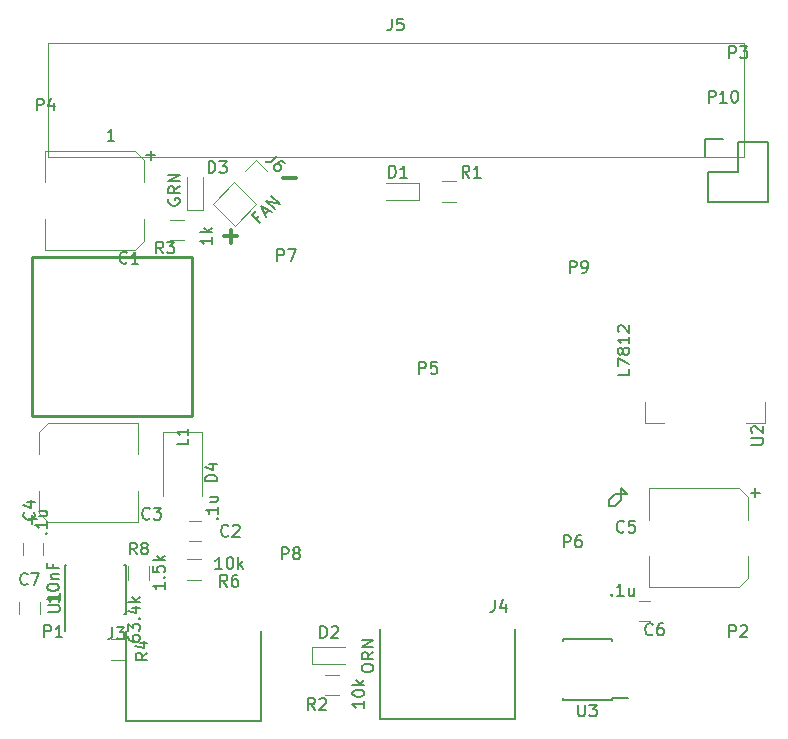
<source format=gto>
G04 #@! TF.FileFunction,Legend,Top*
%FSLAX46Y46*%
G04 Gerber Fmt 4.6, Leading zero omitted, Abs format (unit mm)*
G04 Created by KiCad (PCBNEW 4.0.7-e2-6376~58~ubuntu16.04.1) date Mon Aug  6 23:00:42 2018*
%MOMM*%
%LPD*%
G01*
G04 APERTURE LIST*
%ADD10C,0.100000*%
%ADD11C,0.300000*%
%ADD12C,0.200000*%
%ADD13C,0.150000*%
%ADD14C,0.120000*%
%ADD15C,0.250000*%
G04 APERTURE END LIST*
D10*
D11*
X39458572Y-26597143D02*
X40601429Y-26597143D01*
X34448572Y-31527143D02*
X35591429Y-31527143D01*
X35020000Y-32098571D02*
X35020000Y-30955714D01*
D12*
X67532000Y-53340000D02*
X68548000Y-53340000D01*
X67024000Y-53848000D02*
X67532000Y-53340000D01*
X67024000Y-54356000D02*
X67024000Y-53848000D01*
X67532000Y-54356000D02*
X67024000Y-54356000D01*
X68040000Y-53848000D02*
X67532000Y-54356000D01*
X68040000Y-52832000D02*
X68040000Y-53848000D01*
X68548000Y-53340000D02*
X68040000Y-52832000D01*
D13*
X59095000Y-72415000D02*
X47665000Y-72415000D01*
X47665000Y-72415000D02*
X47665000Y-64795000D01*
X59095000Y-67970000D02*
X59095000Y-64795000D01*
X59095000Y-67970000D02*
X59095000Y-72415000D01*
D14*
X78660000Y-47370000D02*
X80310000Y-47370000D01*
X80310000Y-47370000D02*
X80310000Y-45570000D01*
X70110000Y-45570000D02*
X70110000Y-47370000D01*
X70110000Y-47370000D02*
X71760000Y-47370000D01*
X19310000Y-24310000D02*
X19310000Y-26940000D01*
X19310000Y-32690000D02*
X19310000Y-30060000D01*
X27690000Y-31930000D02*
X27690000Y-30060000D01*
X27690000Y-25070000D02*
X27690000Y-26940000D01*
X19310000Y-24310000D02*
X26930000Y-24310000D01*
X26930000Y-24310000D02*
X27690000Y-25070000D01*
X27690000Y-31930000D02*
X26930000Y-32690000D01*
X26930000Y-32690000D02*
X19310000Y-32690000D01*
X31500000Y-57350000D02*
X32500000Y-57350000D01*
X32500000Y-55650000D02*
X31500000Y-55650000D01*
X27190000Y-55690000D02*
X27190000Y-53060000D01*
X27190000Y-47310000D02*
X27190000Y-49940000D01*
X18810000Y-48070000D02*
X18810000Y-49940000D01*
X18810000Y-54930000D02*
X18810000Y-53060000D01*
X27190000Y-55690000D02*
X19570000Y-55690000D01*
X19570000Y-55690000D02*
X18810000Y-54930000D01*
X18810000Y-48070000D02*
X19570000Y-47310000D01*
X19570000Y-47310000D02*
X27190000Y-47310000D01*
X19120000Y-58530000D02*
X19120000Y-57530000D01*
X17420000Y-57530000D02*
X17420000Y-58530000D01*
X70490000Y-52880000D02*
X70490000Y-55510000D01*
X70490000Y-61260000D02*
X70490000Y-58630000D01*
X78870000Y-60500000D02*
X78870000Y-58630000D01*
X78870000Y-53640000D02*
X78870000Y-55510000D01*
X70490000Y-52880000D02*
X78110000Y-52880000D01*
X78110000Y-52880000D02*
X78870000Y-53640000D01*
X78870000Y-60500000D02*
X78110000Y-61260000D01*
X78110000Y-61260000D02*
X70490000Y-61260000D01*
X69570000Y-64120000D02*
X70570000Y-64120000D01*
X70570000Y-62420000D02*
X69570000Y-62420000D01*
X18850000Y-63500000D02*
X18850000Y-62500000D01*
X17150000Y-62500000D02*
X17150000Y-63500000D01*
X32577000Y-48131000D02*
X29277000Y-48131000D01*
X29277000Y-48131000D02*
X29277000Y-53531000D01*
X32577000Y-48131000D02*
X32577000Y-53531000D01*
D13*
X37605000Y-72525000D02*
X26175000Y-72525000D01*
X26175000Y-72525000D02*
X26175000Y-64905000D01*
X37605000Y-68080000D02*
X37605000Y-64905000D01*
X37605000Y-68080000D02*
X37605000Y-72525000D01*
D14*
X19540000Y-15200000D02*
X78460000Y-15200000D01*
X78460000Y-15200000D02*
X78460000Y-24800000D01*
X78460000Y-24800000D02*
X19540000Y-24800000D01*
X19540000Y-24800000D02*
X19540000Y-15200000D01*
D15*
X31750000Y-46750000D02*
X18250000Y-46750000D01*
X18250000Y-46750000D02*
X18250000Y-33250000D01*
X18250000Y-33250000D02*
X31750000Y-33250000D01*
X31750000Y-33250000D02*
X31750000Y-46750000D01*
D14*
X52904000Y-26876000D02*
X54104000Y-26876000D01*
X54104000Y-28636000D02*
X52904000Y-28636000D01*
X43004000Y-68644000D02*
X44204000Y-68644000D01*
X44204000Y-70404000D02*
X43004000Y-70404000D01*
X29900000Y-30120000D02*
X31100000Y-30120000D01*
X31100000Y-31880000D02*
X29900000Y-31880000D01*
X26100000Y-67380000D02*
X24900000Y-67380000D01*
X24900000Y-65620000D02*
X26100000Y-65620000D01*
X32500000Y-60620000D02*
X31300000Y-60620000D01*
X31300000Y-58860000D02*
X32500000Y-58860000D01*
X28124000Y-59440000D02*
X28124000Y-60640000D01*
X26364000Y-60640000D02*
X26364000Y-59440000D01*
D13*
X20986000Y-63512000D02*
X21036000Y-63512000D01*
X20986000Y-59362000D02*
X21131000Y-59362000D01*
X26136000Y-59362000D02*
X25991000Y-59362000D01*
X26136000Y-63512000D02*
X25991000Y-63512000D01*
X20986000Y-63512000D02*
X20986000Y-59362000D01*
X26136000Y-63512000D02*
X26136000Y-59362000D01*
X21036000Y-63512000D02*
X21036000Y-64912000D01*
D14*
X50986000Y-28456000D02*
X50986000Y-27056000D01*
X50986000Y-27056000D02*
X48186000Y-27056000D01*
X50986000Y-28456000D02*
X48186000Y-28456000D01*
X41910000Y-66340000D02*
X41910000Y-67740000D01*
X41910000Y-67740000D02*
X44710000Y-67740000D01*
X41910000Y-66340000D02*
X44710000Y-66340000D01*
X31300000Y-29300000D02*
X32700000Y-29300000D01*
X32700000Y-29300000D02*
X32700000Y-26500000D01*
X31300000Y-29300000D02*
X31300000Y-26500000D01*
D13*
X75180000Y-24853000D02*
X75180000Y-23303000D01*
X76730000Y-23303000D02*
X75180000Y-23303000D01*
X75460000Y-26123000D02*
X78000000Y-26123000D01*
X78000000Y-26123000D02*
X78000000Y-23583000D01*
X78000000Y-23583000D02*
X80540000Y-23583000D01*
X80540000Y-23583000D02*
X80540000Y-28663000D01*
X80540000Y-28663000D02*
X75460000Y-28663000D01*
X75460000Y-28663000D02*
X75460000Y-26123000D01*
X67285000Y-70805000D02*
X67285000Y-70660000D01*
X63135000Y-70805000D02*
X63135000Y-70660000D01*
X63135000Y-65655000D02*
X63135000Y-65800000D01*
X67285000Y-65655000D02*
X67285000Y-65800000D01*
X67285000Y-70805000D02*
X63135000Y-70805000D01*
X67285000Y-65655000D02*
X63135000Y-65655000D01*
X67285000Y-70660000D02*
X68685000Y-70660000D01*
D14*
X35331522Y-26927574D02*
X33493045Y-28766051D01*
X33493045Y-28766051D02*
X35373949Y-30646955D01*
X35373949Y-30646955D02*
X37212426Y-28808478D01*
X37212426Y-28808478D02*
X35331522Y-26927574D01*
X36229548Y-26029548D02*
X37170000Y-25089096D01*
X37170000Y-25089096D02*
X38110452Y-26029548D01*
D13*
X57400667Y-62310381D02*
X57400667Y-63024667D01*
X57353047Y-63167524D01*
X57257809Y-63262762D01*
X57114952Y-63310381D01*
X57019714Y-63310381D01*
X58305429Y-62643714D02*
X58305429Y-63310381D01*
X58067333Y-62262762D02*
X57829238Y-62977048D01*
X58448286Y-62977048D01*
X79107381Y-49156905D02*
X79916905Y-49156905D01*
X80012143Y-49109286D01*
X80059762Y-49061667D01*
X80107381Y-48966429D01*
X80107381Y-48775952D01*
X80059762Y-48680714D01*
X80012143Y-48633095D01*
X79916905Y-48585476D01*
X79107381Y-48585476D01*
X79202619Y-48156905D02*
X79155000Y-48109286D01*
X79107381Y-48014048D01*
X79107381Y-47775952D01*
X79155000Y-47680714D01*
X79202619Y-47633095D01*
X79297857Y-47585476D01*
X79393095Y-47585476D01*
X79535952Y-47633095D01*
X80107381Y-48204524D01*
X80107381Y-47585476D01*
X68792381Y-42775238D02*
X68792381Y-43251429D01*
X67792381Y-43251429D01*
X67792381Y-42537143D02*
X67792381Y-41870476D01*
X68792381Y-42299048D01*
X68220952Y-41346667D02*
X68173333Y-41441905D01*
X68125714Y-41489524D01*
X68030476Y-41537143D01*
X67982857Y-41537143D01*
X67887619Y-41489524D01*
X67840000Y-41441905D01*
X67792381Y-41346667D01*
X67792381Y-41156190D01*
X67840000Y-41060952D01*
X67887619Y-41013333D01*
X67982857Y-40965714D01*
X68030476Y-40965714D01*
X68125714Y-41013333D01*
X68173333Y-41060952D01*
X68220952Y-41156190D01*
X68220952Y-41346667D01*
X68268571Y-41441905D01*
X68316190Y-41489524D01*
X68411429Y-41537143D01*
X68601905Y-41537143D01*
X68697143Y-41489524D01*
X68744762Y-41441905D01*
X68792381Y-41346667D01*
X68792381Y-41156190D01*
X68744762Y-41060952D01*
X68697143Y-41013333D01*
X68601905Y-40965714D01*
X68411429Y-40965714D01*
X68316190Y-41013333D01*
X68268571Y-41060952D01*
X68220952Y-41156190D01*
X68792381Y-40013333D02*
X68792381Y-40584762D01*
X68792381Y-40299048D02*
X67792381Y-40299048D01*
X67935238Y-40394286D01*
X68030476Y-40489524D01*
X68078095Y-40584762D01*
X67887619Y-39632381D02*
X67840000Y-39584762D01*
X67792381Y-39489524D01*
X67792381Y-39251428D01*
X67840000Y-39156190D01*
X67887619Y-39108571D01*
X67982857Y-39060952D01*
X68078095Y-39060952D01*
X68220952Y-39108571D01*
X68792381Y-39680000D01*
X68792381Y-39060952D01*
X26257334Y-33739143D02*
X26209715Y-33786762D01*
X26066858Y-33834381D01*
X25971620Y-33834381D01*
X25828762Y-33786762D01*
X25733524Y-33691524D01*
X25685905Y-33596286D01*
X25638286Y-33405810D01*
X25638286Y-33262952D01*
X25685905Y-33072476D01*
X25733524Y-32977238D01*
X25828762Y-32882000D01*
X25971620Y-32834381D01*
X26066858Y-32834381D01*
X26209715Y-32882000D01*
X26257334Y-32929619D01*
X27209715Y-33834381D02*
X26638286Y-33834381D01*
X26924000Y-33834381D02*
X26924000Y-32834381D01*
X26828762Y-32977238D01*
X26733524Y-33072476D01*
X26638286Y-33120095D01*
X27899048Y-24661429D02*
X28660953Y-24661429D01*
X28280001Y-25042381D02*
X28280001Y-24280476D01*
X34833334Y-56857143D02*
X34785715Y-56904762D01*
X34642858Y-56952381D01*
X34547620Y-56952381D01*
X34404762Y-56904762D01*
X34309524Y-56809524D01*
X34261905Y-56714286D01*
X34214286Y-56523810D01*
X34214286Y-56380952D01*
X34261905Y-56190476D01*
X34309524Y-56095238D01*
X34404762Y-56000000D01*
X34547620Y-55952381D01*
X34642858Y-55952381D01*
X34785715Y-56000000D01*
X34833334Y-56047619D01*
X35214286Y-56047619D02*
X35261905Y-56000000D01*
X35357143Y-55952381D01*
X35595239Y-55952381D01*
X35690477Y-56000000D01*
X35738096Y-56047619D01*
X35785715Y-56142857D01*
X35785715Y-56238095D01*
X35738096Y-56380952D01*
X35166667Y-56952381D01*
X35785715Y-56952381D01*
X33857143Y-55428571D02*
X33904762Y-55380952D01*
X33952381Y-55428571D01*
X33904762Y-55476190D01*
X33857143Y-55428571D01*
X33952381Y-55428571D01*
X33952381Y-54428571D02*
X33952381Y-55000000D01*
X33952381Y-54714286D02*
X32952381Y-54714286D01*
X33095238Y-54809524D01*
X33190476Y-54904762D01*
X33238095Y-55000000D01*
X33285714Y-53571428D02*
X33952381Y-53571428D01*
X33285714Y-54000000D02*
X33809524Y-54000000D01*
X33904762Y-53952381D01*
X33952381Y-53857143D01*
X33952381Y-53714285D01*
X33904762Y-53619047D01*
X33857143Y-53571428D01*
X28167334Y-55413143D02*
X28119715Y-55460762D01*
X27976858Y-55508381D01*
X27881620Y-55508381D01*
X27738762Y-55460762D01*
X27643524Y-55365524D01*
X27595905Y-55270286D01*
X27548286Y-55079810D01*
X27548286Y-54936952D01*
X27595905Y-54746476D01*
X27643524Y-54651238D01*
X27738762Y-54556000D01*
X27881620Y-54508381D01*
X27976858Y-54508381D01*
X28119715Y-54556000D01*
X28167334Y-54603619D01*
X28500667Y-54508381D02*
X29119715Y-54508381D01*
X28786381Y-54889333D01*
X28929239Y-54889333D01*
X29024477Y-54936952D01*
X29072096Y-54984571D01*
X29119715Y-55079810D01*
X29119715Y-55317905D01*
X29072096Y-55413143D01*
X29024477Y-55460762D01*
X28929239Y-55508381D01*
X28643524Y-55508381D01*
X28548286Y-55460762D01*
X28500667Y-55413143D01*
X17839048Y-55481429D02*
X18600953Y-55481429D01*
X18220001Y-55862381D02*
X18220001Y-55100476D01*
X18373143Y-54894666D02*
X18420762Y-54942285D01*
X18468381Y-55085142D01*
X18468381Y-55180380D01*
X18420762Y-55323238D01*
X18325524Y-55418476D01*
X18230286Y-55466095D01*
X18039810Y-55513714D01*
X17896952Y-55513714D01*
X17706476Y-55466095D01*
X17611238Y-55418476D01*
X17516000Y-55323238D01*
X17468381Y-55180380D01*
X17468381Y-55085142D01*
X17516000Y-54942285D01*
X17563619Y-54894666D01*
X17801714Y-54037523D02*
X18468381Y-54037523D01*
X17420762Y-54275619D02*
X18135048Y-54513714D01*
X18135048Y-53894666D01*
X19389143Y-56672571D02*
X19436762Y-56624952D01*
X19484381Y-56672571D01*
X19436762Y-56720190D01*
X19389143Y-56672571D01*
X19484381Y-56672571D01*
X19484381Y-55672571D02*
X19484381Y-56244000D01*
X19484381Y-55958286D02*
X18484381Y-55958286D01*
X18627238Y-56053524D01*
X18722476Y-56148762D01*
X18770095Y-56244000D01*
X18817714Y-54815428D02*
X19484381Y-54815428D01*
X18817714Y-55244000D02*
X19341524Y-55244000D01*
X19436762Y-55196381D01*
X19484381Y-55101143D01*
X19484381Y-54958285D01*
X19436762Y-54863047D01*
X19389143Y-54815428D01*
X68333334Y-56517143D02*
X68285715Y-56564762D01*
X68142858Y-56612381D01*
X68047620Y-56612381D01*
X67904762Y-56564762D01*
X67809524Y-56469524D01*
X67761905Y-56374286D01*
X67714286Y-56183810D01*
X67714286Y-56040952D01*
X67761905Y-55850476D01*
X67809524Y-55755238D01*
X67904762Y-55660000D01*
X68047620Y-55612381D01*
X68142858Y-55612381D01*
X68285715Y-55660000D01*
X68333334Y-55707619D01*
X69238096Y-55612381D02*
X68761905Y-55612381D01*
X68714286Y-56088571D01*
X68761905Y-56040952D01*
X68857143Y-55993333D01*
X69095239Y-55993333D01*
X69190477Y-56040952D01*
X69238096Y-56088571D01*
X69285715Y-56183810D01*
X69285715Y-56421905D01*
X69238096Y-56517143D01*
X69190477Y-56564762D01*
X69095239Y-56612381D01*
X68857143Y-56612381D01*
X68761905Y-56564762D01*
X68714286Y-56517143D01*
X79079048Y-53231429D02*
X79840953Y-53231429D01*
X79460001Y-53612381D02*
X79460001Y-52850476D01*
X70755334Y-65213143D02*
X70707715Y-65260762D01*
X70564858Y-65308381D01*
X70469620Y-65308381D01*
X70326762Y-65260762D01*
X70231524Y-65165524D01*
X70183905Y-65070286D01*
X70136286Y-64879810D01*
X70136286Y-64736952D01*
X70183905Y-64546476D01*
X70231524Y-64451238D01*
X70326762Y-64356000D01*
X70469620Y-64308381D01*
X70564858Y-64308381D01*
X70707715Y-64356000D01*
X70755334Y-64403619D01*
X71612477Y-64308381D02*
X71422000Y-64308381D01*
X71326762Y-64356000D01*
X71279143Y-64403619D01*
X71183905Y-64546476D01*
X71136286Y-64736952D01*
X71136286Y-65117905D01*
X71183905Y-65213143D01*
X71231524Y-65260762D01*
X71326762Y-65308381D01*
X71517239Y-65308381D01*
X71612477Y-65260762D01*
X71660096Y-65213143D01*
X71707715Y-65117905D01*
X71707715Y-64879810D01*
X71660096Y-64784571D01*
X71612477Y-64736952D01*
X71517239Y-64689333D01*
X71326762Y-64689333D01*
X71231524Y-64736952D01*
X71183905Y-64784571D01*
X71136286Y-64879810D01*
X67311429Y-61847143D02*
X67359048Y-61894762D01*
X67311429Y-61942381D01*
X67263810Y-61894762D01*
X67311429Y-61847143D01*
X67311429Y-61942381D01*
X68311429Y-61942381D02*
X67740000Y-61942381D01*
X68025714Y-61942381D02*
X68025714Y-60942381D01*
X67930476Y-61085238D01*
X67835238Y-61180476D01*
X67740000Y-61228095D01*
X69168572Y-61275714D02*
X69168572Y-61942381D01*
X68740000Y-61275714D02*
X68740000Y-61799524D01*
X68787619Y-61894762D01*
X68882857Y-61942381D01*
X69025715Y-61942381D01*
X69120953Y-61894762D01*
X69168572Y-61847143D01*
X17833334Y-60944143D02*
X17785715Y-60991762D01*
X17642858Y-61039381D01*
X17547620Y-61039381D01*
X17404762Y-60991762D01*
X17309524Y-60896524D01*
X17261905Y-60801286D01*
X17214286Y-60610810D01*
X17214286Y-60467952D01*
X17261905Y-60277476D01*
X17309524Y-60182238D01*
X17404762Y-60087000D01*
X17547620Y-60039381D01*
X17642858Y-60039381D01*
X17785715Y-60087000D01*
X17833334Y-60134619D01*
X18166667Y-60039381D02*
X18833334Y-60039381D01*
X18404762Y-61039381D01*
X20484381Y-61912428D02*
X20484381Y-62483857D01*
X20484381Y-62198143D02*
X19484381Y-62198143D01*
X19627238Y-62293381D01*
X19722476Y-62388619D01*
X19770095Y-62483857D01*
X19484381Y-61293381D02*
X19484381Y-61198142D01*
X19532000Y-61102904D01*
X19579619Y-61055285D01*
X19674857Y-61007666D01*
X19865333Y-60960047D01*
X20103429Y-60960047D01*
X20293905Y-61007666D01*
X20389143Y-61055285D01*
X20436762Y-61102904D01*
X20484381Y-61198142D01*
X20484381Y-61293381D01*
X20436762Y-61388619D01*
X20389143Y-61436238D01*
X20293905Y-61483857D01*
X20103429Y-61531476D01*
X19865333Y-61531476D01*
X19674857Y-61483857D01*
X19579619Y-61436238D01*
X19532000Y-61388619D01*
X19484381Y-61293381D01*
X19817714Y-60531476D02*
X20484381Y-60531476D01*
X19912952Y-60531476D02*
X19865333Y-60483857D01*
X19817714Y-60388619D01*
X19817714Y-60245761D01*
X19865333Y-60150523D01*
X19960571Y-60102904D01*
X20484381Y-60102904D01*
X19960571Y-59293380D02*
X19960571Y-59626714D01*
X20484381Y-59626714D02*
X19484381Y-59626714D01*
X19484381Y-59150523D01*
X33879381Y-52269095D02*
X32879381Y-52269095D01*
X32879381Y-52031000D01*
X32927000Y-51888142D01*
X33022238Y-51792904D01*
X33117476Y-51745285D01*
X33307952Y-51697666D01*
X33450810Y-51697666D01*
X33641286Y-51745285D01*
X33736524Y-51792904D01*
X33831762Y-51888142D01*
X33879381Y-52031000D01*
X33879381Y-52269095D01*
X33212714Y-50840523D02*
X33879381Y-50840523D01*
X32831762Y-51078619D02*
X33546048Y-51316714D01*
X33546048Y-50697666D01*
X25010667Y-64610381D02*
X25010667Y-65324667D01*
X24963047Y-65467524D01*
X24867809Y-65562762D01*
X24724952Y-65610381D01*
X24629714Y-65610381D01*
X25391619Y-64610381D02*
X26010667Y-64610381D01*
X25677333Y-64991333D01*
X25820191Y-64991333D01*
X25915429Y-65038952D01*
X25963048Y-65086571D01*
X26010667Y-65181810D01*
X26010667Y-65419905D01*
X25963048Y-65515143D01*
X25915429Y-65562762D01*
X25820191Y-65610381D01*
X25534476Y-65610381D01*
X25439238Y-65562762D01*
X25391619Y-65515143D01*
X48666667Y-13102381D02*
X48666667Y-13816667D01*
X48619047Y-13959524D01*
X48523809Y-14054762D01*
X48380952Y-14102381D01*
X48285714Y-14102381D01*
X49619048Y-13102381D02*
X49142857Y-13102381D01*
X49095238Y-13578571D01*
X49142857Y-13530952D01*
X49238095Y-13483333D01*
X49476191Y-13483333D01*
X49571429Y-13530952D01*
X49619048Y-13578571D01*
X49666667Y-13673810D01*
X49666667Y-13911905D01*
X49619048Y-14007143D01*
X49571429Y-14054762D01*
X49476191Y-14102381D01*
X49238095Y-14102381D01*
X49142857Y-14054762D01*
X49095238Y-14007143D01*
X25175715Y-23442381D02*
X24604286Y-23442381D01*
X24890000Y-23442381D02*
X24890000Y-22442381D01*
X24794762Y-22585238D01*
X24699524Y-22680476D01*
X24604286Y-22728095D01*
X31452381Y-48666666D02*
X31452381Y-49142857D01*
X30452381Y-49142857D01*
X31452381Y-47809523D02*
X31452381Y-48380952D01*
X31452381Y-48095238D02*
X30452381Y-48095238D01*
X30595238Y-48190476D01*
X30690476Y-48285714D01*
X30738095Y-48380952D01*
X19261905Y-65452381D02*
X19261905Y-64452381D01*
X19642858Y-64452381D01*
X19738096Y-64500000D01*
X19785715Y-64547619D01*
X19833334Y-64642857D01*
X19833334Y-64785714D01*
X19785715Y-64880952D01*
X19738096Y-64928571D01*
X19642858Y-64976190D01*
X19261905Y-64976190D01*
X20785715Y-65452381D02*
X20214286Y-65452381D01*
X20500000Y-65452381D02*
X20500000Y-64452381D01*
X20404762Y-64595238D01*
X20309524Y-64690476D01*
X20214286Y-64738095D01*
X77261905Y-65452381D02*
X77261905Y-64452381D01*
X77642858Y-64452381D01*
X77738096Y-64500000D01*
X77785715Y-64547619D01*
X77833334Y-64642857D01*
X77833334Y-64785714D01*
X77785715Y-64880952D01*
X77738096Y-64928571D01*
X77642858Y-64976190D01*
X77261905Y-64976190D01*
X78214286Y-64547619D02*
X78261905Y-64500000D01*
X78357143Y-64452381D01*
X78595239Y-64452381D01*
X78690477Y-64500000D01*
X78738096Y-64547619D01*
X78785715Y-64642857D01*
X78785715Y-64738095D01*
X78738096Y-64880952D01*
X78166667Y-65452381D01*
X78785715Y-65452381D01*
X77261905Y-16452381D02*
X77261905Y-15452381D01*
X77642858Y-15452381D01*
X77738096Y-15500000D01*
X77785715Y-15547619D01*
X77833334Y-15642857D01*
X77833334Y-15785714D01*
X77785715Y-15880952D01*
X77738096Y-15928571D01*
X77642858Y-15976190D01*
X77261905Y-15976190D01*
X78166667Y-15452381D02*
X78785715Y-15452381D01*
X78452381Y-15833333D01*
X78595239Y-15833333D01*
X78690477Y-15880952D01*
X78738096Y-15928571D01*
X78785715Y-16023810D01*
X78785715Y-16261905D01*
X78738096Y-16357143D01*
X78690477Y-16404762D01*
X78595239Y-16452381D01*
X78309524Y-16452381D01*
X78214286Y-16404762D01*
X78166667Y-16357143D01*
X18619905Y-20870260D02*
X18619905Y-19870260D01*
X19000858Y-19870260D01*
X19096096Y-19917879D01*
X19143715Y-19965498D01*
X19191334Y-20060736D01*
X19191334Y-20203593D01*
X19143715Y-20298831D01*
X19096096Y-20346450D01*
X19000858Y-20394069D01*
X18619905Y-20394069D01*
X20048477Y-20203593D02*
X20048477Y-20870260D01*
X19810381Y-19822641D02*
X19572286Y-20536927D01*
X20191334Y-20536927D01*
X51001905Y-43162381D02*
X51001905Y-42162381D01*
X51382858Y-42162381D01*
X51478096Y-42210000D01*
X51525715Y-42257619D01*
X51573334Y-42352857D01*
X51573334Y-42495714D01*
X51525715Y-42590952D01*
X51478096Y-42638571D01*
X51382858Y-42686190D01*
X51001905Y-42686190D01*
X52478096Y-42162381D02*
X52001905Y-42162381D01*
X51954286Y-42638571D01*
X52001905Y-42590952D01*
X52097143Y-42543333D01*
X52335239Y-42543333D01*
X52430477Y-42590952D01*
X52478096Y-42638571D01*
X52525715Y-42733810D01*
X52525715Y-42971905D01*
X52478096Y-43067143D01*
X52430477Y-43114762D01*
X52335239Y-43162381D01*
X52097143Y-43162381D01*
X52001905Y-43114762D01*
X51954286Y-43067143D01*
X63237905Y-57856381D02*
X63237905Y-56856381D01*
X63618858Y-56856381D01*
X63714096Y-56904000D01*
X63761715Y-56951619D01*
X63809334Y-57046857D01*
X63809334Y-57189714D01*
X63761715Y-57284952D01*
X63714096Y-57332571D01*
X63618858Y-57380190D01*
X63237905Y-57380190D01*
X64666477Y-56856381D02*
X64476000Y-56856381D01*
X64380762Y-56904000D01*
X64333143Y-56951619D01*
X64237905Y-57094476D01*
X64190286Y-57284952D01*
X64190286Y-57665905D01*
X64237905Y-57761143D01*
X64285524Y-57808762D01*
X64380762Y-57856381D01*
X64571239Y-57856381D01*
X64666477Y-57808762D01*
X64714096Y-57761143D01*
X64761715Y-57665905D01*
X64761715Y-57427810D01*
X64714096Y-57332571D01*
X64666477Y-57284952D01*
X64571239Y-57237333D01*
X64380762Y-57237333D01*
X64285524Y-57284952D01*
X64237905Y-57332571D01*
X64190286Y-57427810D01*
X38980905Y-33599381D02*
X38980905Y-32599381D01*
X39361858Y-32599381D01*
X39457096Y-32647000D01*
X39504715Y-32694619D01*
X39552334Y-32789857D01*
X39552334Y-32932714D01*
X39504715Y-33027952D01*
X39457096Y-33075571D01*
X39361858Y-33123190D01*
X38980905Y-33123190D01*
X39885667Y-32599381D02*
X40552334Y-32599381D01*
X40123762Y-33599381D01*
X39361905Y-58872381D02*
X39361905Y-57872381D01*
X39742858Y-57872381D01*
X39838096Y-57920000D01*
X39885715Y-57967619D01*
X39933334Y-58062857D01*
X39933334Y-58205714D01*
X39885715Y-58300952D01*
X39838096Y-58348571D01*
X39742858Y-58396190D01*
X39361905Y-58396190D01*
X40504762Y-58300952D02*
X40409524Y-58253333D01*
X40361905Y-58205714D01*
X40314286Y-58110476D01*
X40314286Y-58062857D01*
X40361905Y-57967619D01*
X40409524Y-57920000D01*
X40504762Y-57872381D01*
X40695239Y-57872381D01*
X40790477Y-57920000D01*
X40838096Y-57967619D01*
X40885715Y-58062857D01*
X40885715Y-58110476D01*
X40838096Y-58205714D01*
X40790477Y-58253333D01*
X40695239Y-58300952D01*
X40504762Y-58300952D01*
X40409524Y-58348571D01*
X40361905Y-58396190D01*
X40314286Y-58491429D01*
X40314286Y-58681905D01*
X40361905Y-58777143D01*
X40409524Y-58824762D01*
X40504762Y-58872381D01*
X40695239Y-58872381D01*
X40790477Y-58824762D01*
X40838096Y-58777143D01*
X40885715Y-58681905D01*
X40885715Y-58491429D01*
X40838096Y-58396190D01*
X40790477Y-58348571D01*
X40695239Y-58300952D01*
X63745905Y-34615381D02*
X63745905Y-33615381D01*
X64126858Y-33615381D01*
X64222096Y-33663000D01*
X64269715Y-33710619D01*
X64317334Y-33805857D01*
X64317334Y-33948714D01*
X64269715Y-34043952D01*
X64222096Y-34091571D01*
X64126858Y-34139190D01*
X63745905Y-34139190D01*
X64793524Y-34615381D02*
X64984000Y-34615381D01*
X65079239Y-34567762D01*
X65126858Y-34520143D01*
X65222096Y-34377286D01*
X65269715Y-34186810D01*
X65269715Y-33805857D01*
X65222096Y-33710619D01*
X65174477Y-33663000D01*
X65079239Y-33615381D01*
X64888762Y-33615381D01*
X64793524Y-33663000D01*
X64745905Y-33710619D01*
X64698286Y-33805857D01*
X64698286Y-34043952D01*
X64745905Y-34139190D01*
X64793524Y-34186810D01*
X64888762Y-34234429D01*
X65079239Y-34234429D01*
X65174477Y-34186810D01*
X65222096Y-34139190D01*
X65269715Y-34043952D01*
X55242334Y-26557381D02*
X54909000Y-26081190D01*
X54670905Y-26557381D02*
X54670905Y-25557381D01*
X55051858Y-25557381D01*
X55147096Y-25605000D01*
X55194715Y-25652619D01*
X55242334Y-25747857D01*
X55242334Y-25890714D01*
X55194715Y-25985952D01*
X55147096Y-26033571D01*
X55051858Y-26081190D01*
X54670905Y-26081190D01*
X56194715Y-26557381D02*
X55623286Y-26557381D01*
X55909000Y-26557381D02*
X55909000Y-25557381D01*
X55813762Y-25700238D01*
X55718524Y-25795476D01*
X55623286Y-25843095D01*
X42167334Y-71627381D02*
X41834000Y-71151190D01*
X41595905Y-71627381D02*
X41595905Y-70627381D01*
X41976858Y-70627381D01*
X42072096Y-70675000D01*
X42119715Y-70722619D01*
X42167334Y-70817857D01*
X42167334Y-70960714D01*
X42119715Y-71055952D01*
X42072096Y-71103571D01*
X41976858Y-71151190D01*
X41595905Y-71151190D01*
X42548286Y-70722619D02*
X42595905Y-70675000D01*
X42691143Y-70627381D01*
X42929239Y-70627381D01*
X43024477Y-70675000D01*
X43072096Y-70722619D01*
X43119715Y-70817857D01*
X43119715Y-70913095D01*
X43072096Y-71055952D01*
X42500667Y-71627381D01*
X43119715Y-71627381D01*
X46342381Y-70881238D02*
X46342381Y-71452667D01*
X46342381Y-71166953D02*
X45342381Y-71166953D01*
X45485238Y-71262191D01*
X45580476Y-71357429D01*
X45628095Y-71452667D01*
X45342381Y-70262191D02*
X45342381Y-70166952D01*
X45390000Y-70071714D01*
X45437619Y-70024095D01*
X45532857Y-69976476D01*
X45723333Y-69928857D01*
X45961429Y-69928857D01*
X46151905Y-69976476D01*
X46247143Y-70024095D01*
X46294762Y-70071714D01*
X46342381Y-70166952D01*
X46342381Y-70262191D01*
X46294762Y-70357429D01*
X46247143Y-70405048D01*
X46151905Y-70452667D01*
X45961429Y-70500286D01*
X45723333Y-70500286D01*
X45532857Y-70452667D01*
X45437619Y-70405048D01*
X45390000Y-70357429D01*
X45342381Y-70262191D01*
X46342381Y-69500286D02*
X45342381Y-69500286D01*
X45961429Y-69405048D02*
X46342381Y-69119333D01*
X45675714Y-69119333D02*
X46056667Y-69500286D01*
X29317334Y-32976381D02*
X28984000Y-32500190D01*
X28745905Y-32976381D02*
X28745905Y-31976381D01*
X29126858Y-31976381D01*
X29222096Y-32024000D01*
X29269715Y-32071619D01*
X29317334Y-32166857D01*
X29317334Y-32309714D01*
X29269715Y-32404952D01*
X29222096Y-32452571D01*
X29126858Y-32500190D01*
X28745905Y-32500190D01*
X29650667Y-31976381D02*
X30269715Y-31976381D01*
X29936381Y-32357333D01*
X30079239Y-32357333D01*
X30174477Y-32404952D01*
X30222096Y-32452571D01*
X30269715Y-32547810D01*
X30269715Y-32785905D01*
X30222096Y-32881143D01*
X30174477Y-32928762D01*
X30079239Y-32976381D01*
X29793524Y-32976381D01*
X29698286Y-32928762D01*
X29650667Y-32881143D01*
X33452381Y-31619047D02*
X33452381Y-32190476D01*
X33452381Y-31904762D02*
X32452381Y-31904762D01*
X32595238Y-32000000D01*
X32690476Y-32095238D01*
X32738095Y-32190476D01*
X33452381Y-31190476D02*
X32452381Y-31190476D01*
X33071429Y-31095238D02*
X33452381Y-30809523D01*
X32785714Y-30809523D02*
X33166667Y-31190476D01*
X27984381Y-66793666D02*
X27508190Y-67127000D01*
X27984381Y-67365095D02*
X26984381Y-67365095D01*
X26984381Y-66984142D01*
X27032000Y-66888904D01*
X27079619Y-66841285D01*
X27174857Y-66793666D01*
X27317714Y-66793666D01*
X27412952Y-66841285D01*
X27460571Y-66888904D01*
X27508190Y-66984142D01*
X27508190Y-67365095D01*
X27317714Y-65936523D02*
X27984381Y-65936523D01*
X26936762Y-66174619D02*
X27651048Y-66412714D01*
X27651048Y-65793666D01*
X26349381Y-65364761D02*
X26349381Y-65555238D01*
X26397000Y-65650476D01*
X26444619Y-65698095D01*
X26587476Y-65793333D01*
X26777952Y-65840952D01*
X27158905Y-65840952D01*
X27254143Y-65793333D01*
X27301762Y-65745714D01*
X27349381Y-65650476D01*
X27349381Y-65459999D01*
X27301762Y-65364761D01*
X27254143Y-65317142D01*
X27158905Y-65269523D01*
X26920810Y-65269523D01*
X26825571Y-65317142D01*
X26777952Y-65364761D01*
X26730333Y-65459999D01*
X26730333Y-65650476D01*
X26777952Y-65745714D01*
X26825571Y-65793333D01*
X26920810Y-65840952D01*
X26349381Y-64936190D02*
X26349381Y-64317142D01*
X26730333Y-64650476D01*
X26730333Y-64507618D01*
X26777952Y-64412380D01*
X26825571Y-64364761D01*
X26920810Y-64317142D01*
X27158905Y-64317142D01*
X27254143Y-64364761D01*
X27301762Y-64412380D01*
X27349381Y-64507618D01*
X27349381Y-64793333D01*
X27301762Y-64888571D01*
X27254143Y-64936190D01*
X27254143Y-63888571D02*
X27301762Y-63840952D01*
X27349381Y-63888571D01*
X27301762Y-63936190D01*
X27254143Y-63888571D01*
X27349381Y-63888571D01*
X26682714Y-62983809D02*
X27349381Y-62983809D01*
X26301762Y-63221905D02*
X27016048Y-63460000D01*
X27016048Y-62840952D01*
X27349381Y-62460000D02*
X26349381Y-62460000D01*
X26968429Y-62364762D02*
X27349381Y-62079047D01*
X26682714Y-62079047D02*
X27063667Y-62460000D01*
X34733334Y-61192381D02*
X34400000Y-60716190D01*
X34161905Y-61192381D02*
X34161905Y-60192381D01*
X34542858Y-60192381D01*
X34638096Y-60240000D01*
X34685715Y-60287619D01*
X34733334Y-60382857D01*
X34733334Y-60525714D01*
X34685715Y-60620952D01*
X34638096Y-60668571D01*
X34542858Y-60716190D01*
X34161905Y-60716190D01*
X35590477Y-60192381D02*
X35400000Y-60192381D01*
X35304762Y-60240000D01*
X35257143Y-60287619D01*
X35161905Y-60430476D01*
X35114286Y-60620952D01*
X35114286Y-61001905D01*
X35161905Y-61097143D01*
X35209524Y-61144762D01*
X35304762Y-61192381D01*
X35495239Y-61192381D01*
X35590477Y-61144762D01*
X35638096Y-61097143D01*
X35685715Y-61001905D01*
X35685715Y-60763810D01*
X35638096Y-60668571D01*
X35590477Y-60620952D01*
X35495239Y-60573333D01*
X35304762Y-60573333D01*
X35209524Y-60620952D01*
X35161905Y-60668571D01*
X35114286Y-60763810D01*
X34304762Y-59692381D02*
X33733333Y-59692381D01*
X34019047Y-59692381D02*
X34019047Y-58692381D01*
X33923809Y-58835238D01*
X33828571Y-58930476D01*
X33733333Y-58978095D01*
X34923809Y-58692381D02*
X35019048Y-58692381D01*
X35114286Y-58740000D01*
X35161905Y-58787619D01*
X35209524Y-58882857D01*
X35257143Y-59073333D01*
X35257143Y-59311429D01*
X35209524Y-59501905D01*
X35161905Y-59597143D01*
X35114286Y-59644762D01*
X35019048Y-59692381D01*
X34923809Y-59692381D01*
X34828571Y-59644762D01*
X34780952Y-59597143D01*
X34733333Y-59501905D01*
X34685714Y-59311429D01*
X34685714Y-59073333D01*
X34733333Y-58882857D01*
X34780952Y-58787619D01*
X34828571Y-58740000D01*
X34923809Y-58692381D01*
X35685714Y-59692381D02*
X35685714Y-58692381D01*
X35780952Y-59311429D02*
X36066667Y-59692381D01*
X36066667Y-59025714D02*
X35685714Y-59406667D01*
X27077334Y-58460381D02*
X26744000Y-57984190D01*
X26505905Y-58460381D02*
X26505905Y-57460381D01*
X26886858Y-57460381D01*
X26982096Y-57508000D01*
X27029715Y-57555619D01*
X27077334Y-57650857D01*
X27077334Y-57793714D01*
X27029715Y-57888952D01*
X26982096Y-57936571D01*
X26886858Y-57984190D01*
X26505905Y-57984190D01*
X27648762Y-57888952D02*
X27553524Y-57841333D01*
X27505905Y-57793714D01*
X27458286Y-57698476D01*
X27458286Y-57650857D01*
X27505905Y-57555619D01*
X27553524Y-57508000D01*
X27648762Y-57460381D01*
X27839239Y-57460381D01*
X27934477Y-57508000D01*
X27982096Y-57555619D01*
X28029715Y-57650857D01*
X28029715Y-57698476D01*
X27982096Y-57793714D01*
X27934477Y-57841333D01*
X27839239Y-57888952D01*
X27648762Y-57888952D01*
X27553524Y-57936571D01*
X27505905Y-57984190D01*
X27458286Y-58079429D01*
X27458286Y-58269905D01*
X27505905Y-58365143D01*
X27553524Y-58412762D01*
X27648762Y-58460381D01*
X27839239Y-58460381D01*
X27934477Y-58412762D01*
X27982096Y-58365143D01*
X28029715Y-58269905D01*
X28029715Y-58079429D01*
X27982096Y-57984190D01*
X27934477Y-57936571D01*
X27839239Y-57888952D01*
X29452381Y-60833333D02*
X29452381Y-61404762D01*
X29452381Y-61119048D02*
X28452381Y-61119048D01*
X28595238Y-61214286D01*
X28690476Y-61309524D01*
X28738095Y-61404762D01*
X29357143Y-60404762D02*
X29404762Y-60357143D01*
X29452381Y-60404762D01*
X29404762Y-60452381D01*
X29357143Y-60404762D01*
X29452381Y-60404762D01*
X28452381Y-59452381D02*
X28452381Y-59928572D01*
X28928571Y-59976191D01*
X28880952Y-59928572D01*
X28833333Y-59833334D01*
X28833333Y-59595238D01*
X28880952Y-59500000D01*
X28928571Y-59452381D01*
X29023810Y-59404762D01*
X29261905Y-59404762D01*
X29357143Y-59452381D01*
X29404762Y-59500000D01*
X29452381Y-59595238D01*
X29452381Y-59833334D01*
X29404762Y-59928572D01*
X29357143Y-59976191D01*
X29452381Y-58976191D02*
X28452381Y-58976191D01*
X29071429Y-58880953D02*
X29452381Y-58595238D01*
X28785714Y-58595238D02*
X29166667Y-58976191D01*
X19584381Y-63341905D02*
X20393905Y-63341905D01*
X20489143Y-63294286D01*
X20536762Y-63246667D01*
X20584381Y-63151429D01*
X20584381Y-62960952D01*
X20536762Y-62865714D01*
X20489143Y-62818095D01*
X20393905Y-62770476D01*
X19584381Y-62770476D01*
X20584381Y-61770476D02*
X20584381Y-62341905D01*
X20584381Y-62056191D02*
X19584381Y-62056191D01*
X19727238Y-62151429D01*
X19822476Y-62246667D01*
X19870095Y-62341905D01*
X48447905Y-26557381D02*
X48447905Y-25557381D01*
X48686000Y-25557381D01*
X48828858Y-25605000D01*
X48924096Y-25700238D01*
X48971715Y-25795476D01*
X49019334Y-25985952D01*
X49019334Y-26128810D01*
X48971715Y-26319286D01*
X48924096Y-26414524D01*
X48828858Y-26509762D01*
X48686000Y-26557381D01*
X48447905Y-26557381D01*
X49971715Y-26557381D02*
X49400286Y-26557381D01*
X49686000Y-26557381D02*
X49686000Y-25557381D01*
X49590762Y-25700238D01*
X49495524Y-25795476D01*
X49400286Y-25843095D01*
X42631905Y-65532381D02*
X42631905Y-64532381D01*
X42870000Y-64532381D01*
X43012858Y-64580000D01*
X43108096Y-64675238D01*
X43155715Y-64770476D01*
X43203334Y-64960952D01*
X43203334Y-65103810D01*
X43155715Y-65294286D01*
X43108096Y-65389524D01*
X43012858Y-65484762D01*
X42870000Y-65532381D01*
X42631905Y-65532381D01*
X43584286Y-64627619D02*
X43631905Y-64580000D01*
X43727143Y-64532381D01*
X43965239Y-64532381D01*
X44060477Y-64580000D01*
X44108096Y-64627619D01*
X44155715Y-64722857D01*
X44155715Y-64818095D01*
X44108096Y-64960952D01*
X43536667Y-65532381D01*
X44155715Y-65532381D01*
X46112381Y-68169048D02*
X46112381Y-67978571D01*
X46160000Y-67883333D01*
X46255238Y-67788095D01*
X46445714Y-67740476D01*
X46779048Y-67740476D01*
X46969524Y-67788095D01*
X47064762Y-67883333D01*
X47112381Y-67978571D01*
X47112381Y-68169048D01*
X47064762Y-68264286D01*
X46969524Y-68359524D01*
X46779048Y-68407143D01*
X46445714Y-68407143D01*
X46255238Y-68359524D01*
X46160000Y-68264286D01*
X46112381Y-68169048D01*
X47112381Y-66740476D02*
X46636190Y-67073810D01*
X47112381Y-67311905D02*
X46112381Y-67311905D01*
X46112381Y-66930952D01*
X46160000Y-66835714D01*
X46207619Y-66788095D01*
X46302857Y-66740476D01*
X46445714Y-66740476D01*
X46540952Y-66788095D01*
X46588571Y-66835714D01*
X46636190Y-66930952D01*
X46636190Y-67311905D01*
X47112381Y-66311905D02*
X46112381Y-66311905D01*
X47112381Y-65740476D01*
X46112381Y-65740476D01*
X33171905Y-26172381D02*
X33171905Y-25172381D01*
X33410000Y-25172381D01*
X33552858Y-25220000D01*
X33648096Y-25315238D01*
X33695715Y-25410476D01*
X33743334Y-25600952D01*
X33743334Y-25743810D01*
X33695715Y-25934286D01*
X33648096Y-26029524D01*
X33552858Y-26124762D01*
X33410000Y-26172381D01*
X33171905Y-26172381D01*
X34076667Y-25172381D02*
X34695715Y-25172381D01*
X34362381Y-25553333D01*
X34505239Y-25553333D01*
X34600477Y-25600952D01*
X34648096Y-25648571D01*
X34695715Y-25743810D01*
X34695715Y-25981905D01*
X34648096Y-26077143D01*
X34600477Y-26124762D01*
X34505239Y-26172381D01*
X34219524Y-26172381D01*
X34124286Y-26124762D01*
X34076667Y-26077143D01*
X29780000Y-28351904D02*
X29732381Y-28447142D01*
X29732381Y-28589999D01*
X29780000Y-28732857D01*
X29875238Y-28828095D01*
X29970476Y-28875714D01*
X30160952Y-28923333D01*
X30303810Y-28923333D01*
X30494286Y-28875714D01*
X30589524Y-28828095D01*
X30684762Y-28732857D01*
X30732381Y-28589999D01*
X30732381Y-28494761D01*
X30684762Y-28351904D01*
X30637143Y-28304285D01*
X30303810Y-28304285D01*
X30303810Y-28494761D01*
X30732381Y-27304285D02*
X30256190Y-27637619D01*
X30732381Y-27875714D02*
X29732381Y-27875714D01*
X29732381Y-27494761D01*
X29780000Y-27399523D01*
X29827619Y-27351904D01*
X29922857Y-27304285D01*
X30065714Y-27304285D01*
X30160952Y-27351904D01*
X30208571Y-27399523D01*
X30256190Y-27494761D01*
X30256190Y-27875714D01*
X30732381Y-26875714D02*
X29732381Y-26875714D01*
X30732381Y-26304285D01*
X29732381Y-26304285D01*
X75515714Y-20205381D02*
X75515714Y-19205381D01*
X75896667Y-19205381D01*
X75991905Y-19253000D01*
X76039524Y-19300619D01*
X76087143Y-19395857D01*
X76087143Y-19538714D01*
X76039524Y-19633952D01*
X75991905Y-19681571D01*
X75896667Y-19729190D01*
X75515714Y-19729190D01*
X77039524Y-20205381D02*
X76468095Y-20205381D01*
X76753809Y-20205381D02*
X76753809Y-19205381D01*
X76658571Y-19348238D01*
X76563333Y-19443476D01*
X76468095Y-19491095D01*
X77658571Y-19205381D02*
X77753810Y-19205381D01*
X77849048Y-19253000D01*
X77896667Y-19300619D01*
X77944286Y-19395857D01*
X77991905Y-19586333D01*
X77991905Y-19824429D01*
X77944286Y-20014905D01*
X77896667Y-20110143D01*
X77849048Y-20157762D01*
X77753810Y-20205381D01*
X77658571Y-20205381D01*
X77563333Y-20157762D01*
X77515714Y-20110143D01*
X77468095Y-20014905D01*
X77420476Y-19824429D01*
X77420476Y-19586333D01*
X77468095Y-19395857D01*
X77515714Y-19300619D01*
X77563333Y-19253000D01*
X77658571Y-19205381D01*
X64448095Y-71182381D02*
X64448095Y-71991905D01*
X64495714Y-72087143D01*
X64543333Y-72134762D01*
X64638571Y-72182381D01*
X64829048Y-72182381D01*
X64924286Y-72134762D01*
X64971905Y-72087143D01*
X65019524Y-71991905D01*
X65019524Y-71182381D01*
X65400476Y-71182381D02*
X66019524Y-71182381D01*
X65686190Y-71563333D01*
X65829048Y-71563333D01*
X65924286Y-71610952D01*
X65971905Y-71658571D01*
X66019524Y-71753810D01*
X66019524Y-71991905D01*
X65971905Y-72087143D01*
X65924286Y-72134762D01*
X65829048Y-72182381D01*
X65543333Y-72182381D01*
X65448095Y-72134762D01*
X65400476Y-72087143D01*
X38969082Y-24699514D02*
X38464006Y-25204590D01*
X38329318Y-25271933D01*
X38194631Y-25271933D01*
X38059944Y-25204590D01*
X37992601Y-25137246D01*
X39608845Y-25339277D02*
X39474158Y-25204590D01*
X39373143Y-25170918D01*
X39305799Y-25170918D01*
X39137441Y-25204590D01*
X38969082Y-25305605D01*
X38699708Y-25574979D01*
X38666036Y-25675994D01*
X38666036Y-25743338D01*
X38699708Y-25844353D01*
X38834395Y-25979041D01*
X38935410Y-26012712D01*
X39002754Y-26012712D01*
X39103769Y-25979041D01*
X39272128Y-25810682D01*
X39305800Y-25709666D01*
X39305800Y-25642323D01*
X39272128Y-25541308D01*
X39137441Y-25406620D01*
X39036426Y-25372948D01*
X38969082Y-25372948D01*
X38868066Y-25406621D01*
X37417073Y-29831911D02*
X37181370Y-30067614D01*
X37551760Y-30438004D02*
X36844653Y-29730897D01*
X37181371Y-29394179D01*
X37922149Y-29663553D02*
X38258867Y-29326836D01*
X38056836Y-29932927D02*
X37585431Y-28990118D01*
X38528241Y-29461522D01*
X38763943Y-29225820D02*
X38056836Y-28518714D01*
X39168004Y-28821759D01*
X38460898Y-28114652D01*
M02*

</source>
